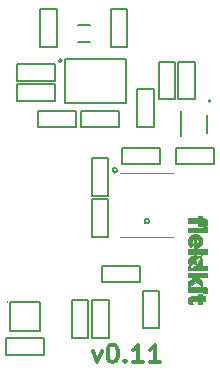
<source format=gbr>
G04 #@! TF.GenerationSoftware,KiCad,Pcbnew,5.0.1-33cea8e~67~ubuntu18.04.1*
G04 #@! TF.CreationDate,2019-01-15T14:32:31-08:00*
G04 #@! TF.ProjectId,fk-naturalist-sensors,666B2D6E61747572616C6973742D7365,rev?*
G04 #@! TF.SameCoordinates,Original*
G04 #@! TF.FileFunction,Legend,Top*
G04 #@! TF.FilePolarity,Positive*
%FSLAX46Y46*%
G04 Gerber Fmt 4.6, Leading zero omitted, Abs format (unit mm)*
G04 Created by KiCad (PCBNEW 5.0.1-33cea8e~67~ubuntu18.04.1) date Tue 15 Jan 2019 02:32:31 PM PST*
%MOMM*%
%LPD*%
G01*
G04 APERTURE LIST*
%ADD10C,0.300000*%
%ADD11C,0.150000*%
%ADD12C,0.120000*%
%ADD13C,0.010000*%
G04 APERTURE END LIST*
D10*
X228943257Y-130107571D02*
X229300400Y-131107571D01*
X229657542Y-130107571D01*
X230514685Y-129607571D02*
X230657542Y-129607571D01*
X230800400Y-129679000D01*
X230871828Y-129750428D01*
X230943257Y-129893285D01*
X231014685Y-130179000D01*
X231014685Y-130536142D01*
X230943257Y-130821857D01*
X230871828Y-130964714D01*
X230800400Y-131036142D01*
X230657542Y-131107571D01*
X230514685Y-131107571D01*
X230371828Y-131036142D01*
X230300400Y-130964714D01*
X230228971Y-130821857D01*
X230157542Y-130536142D01*
X230157542Y-130179000D01*
X230228971Y-129893285D01*
X230300400Y-129750428D01*
X230371828Y-129679000D01*
X230514685Y-129607571D01*
X231657542Y-130964714D02*
X231728971Y-131036142D01*
X231657542Y-131107571D01*
X231586114Y-131036142D01*
X231657542Y-130964714D01*
X231657542Y-131107571D01*
X233157542Y-131107571D02*
X232300400Y-131107571D01*
X232728971Y-131107571D02*
X232728971Y-129607571D01*
X232586114Y-129821857D01*
X232443257Y-129964714D01*
X232300400Y-130036142D01*
X234586114Y-131107571D02*
X233728971Y-131107571D01*
X234157542Y-131107571D02*
X234157542Y-129607571D01*
X234014685Y-129821857D01*
X233871828Y-129964714D01*
X233728971Y-130036142D01*
D11*
G04 #@! TO.C,U5*
X226300221Y-105589600D02*
G75*
G03X226300221Y-105589600I-141421J0D01*
G01*
X231758800Y-105389600D02*
X226558800Y-105389600D01*
X231758800Y-109189600D02*
X231758800Y-105389600D01*
X226558800Y-109189600D02*
X231758800Y-109189600D01*
X226558800Y-105389600D02*
X226558800Y-109189600D01*
G04 #@! TO.C,U4*
X238589403Y-110203453D02*
X238589403Y-111653453D01*
X236389403Y-109811253D02*
X236389403Y-111986253D01*
X238889403Y-109003453D02*
G75*
G03X238889403Y-109003453I-100000J0D01*
G01*
G04 #@! TO.C,U2*
X221708155Y-126016400D02*
G75*
G03X221708155Y-126016400I-35355J0D01*
G01*
X221922800Y-125966400D02*
X224422800Y-125966400D01*
X224422800Y-125966400D02*
X224422800Y-128466400D01*
X224422800Y-128466400D02*
X221922800Y-128466400D01*
X221922800Y-128466400D02*
X221922800Y-125966400D01*
D12*
G04 #@! TO.C,U1*
X231241900Y-115057000D02*
X235686900Y-115057000D01*
X231241900Y-120518000D02*
X235686900Y-120518000D01*
D11*
X230981900Y-114851000D02*
G75*
G03X230981900Y-114851000I-200000J0D01*
G01*
X233681900Y-119151000D02*
G75*
G03X233681900Y-119151000I-200000J0D01*
G01*
D13*
G04 #@! TO.C,G\002A\002A\002A*
G36*
X238172111Y-120885092D02*
X238168114Y-120939525D01*
X238161339Y-120987046D01*
X238155406Y-121012446D01*
X238124002Y-121096754D01*
X238081146Y-121172514D01*
X238027455Y-121239050D01*
X237963549Y-121295690D01*
X237890047Y-121341756D01*
X237827708Y-121369447D01*
X237768087Y-121389330D01*
X237708476Y-121403758D01*
X237644339Y-121413592D01*
X237571142Y-121419692D01*
X237559531Y-121420316D01*
X237464600Y-121425121D01*
X237464600Y-120652055D01*
X237444643Y-120656967D01*
X237403037Y-120673682D01*
X237362872Y-120701433D01*
X237327975Y-120736942D01*
X237302173Y-120776926D01*
X237300449Y-120780584D01*
X237282117Y-120837752D01*
X237276892Y-120898410D01*
X237284424Y-120960610D01*
X237304364Y-121022401D01*
X237336364Y-121081834D01*
X237360245Y-121114374D01*
X237392732Y-121154256D01*
X237301362Y-121263171D01*
X237272988Y-121296685D01*
X237247656Y-121326019D01*
X237226872Y-121349479D01*
X237212141Y-121365369D01*
X237204968Y-121371993D01*
X237204672Y-121372085D01*
X237196536Y-121366955D01*
X237181309Y-121353192D01*
X237161285Y-121333237D01*
X237138754Y-121309530D01*
X237116009Y-121284512D01*
X237095343Y-121260623D01*
X237079048Y-121240305D01*
X237073042Y-121231931D01*
X237037605Y-121169279D01*
X237008127Y-121096887D01*
X236992559Y-121044844D01*
X236984062Y-121001392D01*
X236977878Y-120948650D01*
X236974252Y-120891676D01*
X236973430Y-120835529D01*
X236975657Y-120785268D01*
X236978699Y-120759139D01*
X236999965Y-120666075D01*
X237033189Y-120579528D01*
X237077698Y-120500590D01*
X237132817Y-120430350D01*
X237197872Y-120369898D01*
X237236988Y-120341647D01*
X237311982Y-120300564D01*
X237392424Y-120271452D01*
X237476585Y-120254029D01*
X237562734Y-120248017D01*
X237649141Y-120253137D01*
X237667800Y-120256645D01*
X237667800Y-120644557D01*
X237667800Y-121038257D01*
X237685670Y-121038257D01*
X237711717Y-121034020D01*
X237743775Y-121022816D01*
X237776651Y-121006900D01*
X237805152Y-120988532D01*
X237811066Y-120983751D01*
X237842431Y-120949957D01*
X237861761Y-120911431D01*
X237870227Y-120865462D01*
X237870840Y-120845466D01*
X237866263Y-120796417D01*
X237852089Y-120756185D01*
X237827141Y-120721763D01*
X237819272Y-120713893D01*
X237793594Y-120694436D01*
X237759673Y-120675157D01*
X237723501Y-120659075D01*
X237691069Y-120649211D01*
X237690931Y-120649183D01*
X237667800Y-120644557D01*
X237667800Y-120256645D01*
X237734076Y-120269107D01*
X237815807Y-120295649D01*
X237892606Y-120332483D01*
X237962740Y-120379329D01*
X238024482Y-120435907D01*
X238056557Y-120474118D01*
X238088466Y-120522200D01*
X238118564Y-120578236D01*
X238143780Y-120635997D01*
X238159318Y-120682657D01*
X238166934Y-120722527D01*
X238171571Y-120772371D01*
X238173280Y-120827967D01*
X238172111Y-120885092D01*
X238172111Y-120885092D01*
G37*
X238172111Y-120885092D02*
X238168114Y-120939525D01*
X238161339Y-120987046D01*
X238155406Y-121012446D01*
X238124002Y-121096754D01*
X238081146Y-121172514D01*
X238027455Y-121239050D01*
X237963549Y-121295690D01*
X237890047Y-121341756D01*
X237827708Y-121369447D01*
X237768087Y-121389330D01*
X237708476Y-121403758D01*
X237644339Y-121413592D01*
X237571142Y-121419692D01*
X237559531Y-121420316D01*
X237464600Y-121425121D01*
X237464600Y-120652055D01*
X237444643Y-120656967D01*
X237403037Y-120673682D01*
X237362872Y-120701433D01*
X237327975Y-120736942D01*
X237302173Y-120776926D01*
X237300449Y-120780584D01*
X237282117Y-120837752D01*
X237276892Y-120898410D01*
X237284424Y-120960610D01*
X237304364Y-121022401D01*
X237336364Y-121081834D01*
X237360245Y-121114374D01*
X237392732Y-121154256D01*
X237301362Y-121263171D01*
X237272988Y-121296685D01*
X237247656Y-121326019D01*
X237226872Y-121349479D01*
X237212141Y-121365369D01*
X237204968Y-121371993D01*
X237204672Y-121372085D01*
X237196536Y-121366955D01*
X237181309Y-121353192D01*
X237161285Y-121333237D01*
X237138754Y-121309530D01*
X237116009Y-121284512D01*
X237095343Y-121260623D01*
X237079048Y-121240305D01*
X237073042Y-121231931D01*
X237037605Y-121169279D01*
X237008127Y-121096887D01*
X236992559Y-121044844D01*
X236984062Y-121001392D01*
X236977878Y-120948650D01*
X236974252Y-120891676D01*
X236973430Y-120835529D01*
X236975657Y-120785268D01*
X236978699Y-120759139D01*
X236999965Y-120666075D01*
X237033189Y-120579528D01*
X237077698Y-120500590D01*
X237132817Y-120430350D01*
X237197872Y-120369898D01*
X237236988Y-120341647D01*
X237311982Y-120300564D01*
X237392424Y-120271452D01*
X237476585Y-120254029D01*
X237562734Y-120248017D01*
X237649141Y-120253137D01*
X237667800Y-120256645D01*
X237667800Y-120644557D01*
X237667800Y-121038257D01*
X237685670Y-121038257D01*
X237711717Y-121034020D01*
X237743775Y-121022816D01*
X237776651Y-121006900D01*
X237805152Y-120988532D01*
X237811066Y-120983751D01*
X237842431Y-120949957D01*
X237861761Y-120911431D01*
X237870227Y-120865462D01*
X237870840Y-120845466D01*
X237866263Y-120796417D01*
X237852089Y-120756185D01*
X237827141Y-120721763D01*
X237819272Y-120713893D01*
X237793594Y-120694436D01*
X237759673Y-120675157D01*
X237723501Y-120659075D01*
X237691069Y-120649211D01*
X237690931Y-120649183D01*
X237667800Y-120644557D01*
X237667800Y-120256645D01*
X237734076Y-120269107D01*
X237815807Y-120295649D01*
X237892606Y-120332483D01*
X237962740Y-120379329D01*
X238024482Y-120435907D01*
X238056557Y-120474118D01*
X238088466Y-120522200D01*
X238118564Y-120578236D01*
X238143780Y-120635997D01*
X238159318Y-120682657D01*
X238166934Y-120722527D01*
X238171571Y-120772371D01*
X238173280Y-120827967D01*
X238172111Y-120885092D01*
G36*
X237776657Y-123322480D02*
X237003771Y-123324331D01*
X237005803Y-123117465D01*
X237007835Y-122910600D01*
X237147044Y-122910600D01*
X237099168Y-122859849D01*
X237074861Y-122832438D01*
X237051721Y-122803528D01*
X237033658Y-122778090D01*
X237029271Y-122770949D01*
X236999852Y-122706435D01*
X236981313Y-122635515D01*
X236974289Y-122562067D01*
X236979415Y-122489967D01*
X236981408Y-122478800D01*
X237004470Y-122396129D01*
X237039761Y-122320871D01*
X237086742Y-122253539D01*
X237144873Y-122194643D01*
X237213616Y-122144694D01*
X237292431Y-122104204D01*
X237380780Y-122073683D01*
X237418391Y-122064442D01*
X237476387Y-122055531D01*
X237542674Y-122051586D01*
X237611979Y-122052503D01*
X237679032Y-122058178D01*
X237738560Y-122068506D01*
X237748491Y-122070962D01*
X237781086Y-122080495D01*
X237815943Y-122092349D01*
X237850340Y-122105389D01*
X237881559Y-122118479D01*
X237906879Y-122130483D01*
X237923580Y-122140267D01*
X237928994Y-122146313D01*
X237923276Y-122151425D01*
X237907133Y-122163785D01*
X237882045Y-122182341D01*
X237849495Y-122206040D01*
X237810962Y-122233830D01*
X237767928Y-122264658D01*
X237721874Y-122297471D01*
X237674279Y-122331215D01*
X237626626Y-122364839D01*
X237580396Y-122397290D01*
X237537068Y-122427514D01*
X237498123Y-122454460D01*
X237465044Y-122477073D01*
X237441903Y-122492593D01*
X237401063Y-122519589D01*
X237210849Y-122907979D01*
X237176691Y-122977852D01*
X237144583Y-123043772D01*
X237115073Y-123104602D01*
X237088707Y-123159202D01*
X237066032Y-123206433D01*
X237047595Y-123245157D01*
X237033943Y-123274236D01*
X237025622Y-123292530D01*
X237023159Y-123298892D01*
X237029452Y-123295398D01*
X237046683Y-123284445D01*
X237073790Y-123266743D01*
X237109712Y-123242996D01*
X237153386Y-123213913D01*
X237203750Y-123180201D01*
X237259742Y-123142565D01*
X237320300Y-123101714D01*
X237375620Y-123064279D01*
X237725558Y-122827143D01*
X237878107Y-122532181D01*
X237909327Y-122471709D01*
X237938398Y-122415193D01*
X237964657Y-122363936D01*
X237987442Y-122319242D01*
X238006089Y-122282414D01*
X238019936Y-122254755D01*
X238028321Y-122237570D01*
X238030657Y-122232173D01*
X238024586Y-122222962D01*
X238007020Y-122207157D01*
X237978929Y-122185597D01*
X237967008Y-122177003D01*
X237950341Y-122163558D01*
X237940844Y-122152724D01*
X237939967Y-122148559D01*
X237947053Y-122142290D01*
X237963824Y-122129427D01*
X237988031Y-122111640D01*
X238017427Y-122090600D01*
X238029017Y-122082431D01*
X238061982Y-122059203D01*
X238092806Y-122037327D01*
X238118486Y-122018942D01*
X238136021Y-122006191D01*
X238138783Y-122004132D01*
X238147062Y-121998215D01*
X238152023Y-121996121D01*
X238153147Y-121999287D01*
X238149917Y-122009153D01*
X238141815Y-122027156D01*
X238128324Y-122054734D01*
X238108925Y-122093325D01*
X238101094Y-122108812D01*
X238038735Y-122232057D01*
X238059335Y-122253828D01*
X238088294Y-122290164D01*
X238116691Y-122336187D01*
X238141786Y-122387234D01*
X238150989Y-122409857D01*
X238159355Y-122432951D01*
X238165109Y-122452883D01*
X238168739Y-122473308D01*
X238170730Y-122497884D01*
X238171570Y-122530266D01*
X238171740Y-122565885D01*
X238171460Y-122609104D01*
X238170271Y-122641398D01*
X238167775Y-122666348D01*
X238163571Y-122687534D01*
X238157260Y-122708538D01*
X238155137Y-122714657D01*
X238132123Y-122766755D01*
X238101178Y-122818410D01*
X238066015Y-122863717D01*
X238052367Y-122877996D01*
X238022687Y-122906971D01*
X238286115Y-122910600D01*
X238549543Y-122914228D01*
X238549543Y-123320628D01*
X237776657Y-123322480D01*
X237776657Y-123322480D01*
G37*
X237776657Y-123322480D02*
X237003771Y-123324331D01*
X237005803Y-123117465D01*
X237007835Y-122910600D01*
X237147044Y-122910600D01*
X237099168Y-122859849D01*
X237074861Y-122832438D01*
X237051721Y-122803528D01*
X237033658Y-122778090D01*
X237029271Y-122770949D01*
X236999852Y-122706435D01*
X236981313Y-122635515D01*
X236974289Y-122562067D01*
X236979415Y-122489967D01*
X236981408Y-122478800D01*
X237004470Y-122396129D01*
X237039761Y-122320871D01*
X237086742Y-122253539D01*
X237144873Y-122194643D01*
X237213616Y-122144694D01*
X237292431Y-122104204D01*
X237380780Y-122073683D01*
X237418391Y-122064442D01*
X237476387Y-122055531D01*
X237542674Y-122051586D01*
X237611979Y-122052503D01*
X237679032Y-122058178D01*
X237738560Y-122068506D01*
X237748491Y-122070962D01*
X237781086Y-122080495D01*
X237815943Y-122092349D01*
X237850340Y-122105389D01*
X237881559Y-122118479D01*
X237906879Y-122130483D01*
X237923580Y-122140267D01*
X237928994Y-122146313D01*
X237923276Y-122151425D01*
X237907133Y-122163785D01*
X237882045Y-122182341D01*
X237849495Y-122206040D01*
X237810962Y-122233830D01*
X237767928Y-122264658D01*
X237721874Y-122297471D01*
X237674279Y-122331215D01*
X237626626Y-122364839D01*
X237580396Y-122397290D01*
X237537068Y-122427514D01*
X237498123Y-122454460D01*
X237465044Y-122477073D01*
X237441903Y-122492593D01*
X237401063Y-122519589D01*
X237210849Y-122907979D01*
X237176691Y-122977852D01*
X237144583Y-123043772D01*
X237115073Y-123104602D01*
X237088707Y-123159202D01*
X237066032Y-123206433D01*
X237047595Y-123245157D01*
X237033943Y-123274236D01*
X237025622Y-123292530D01*
X237023159Y-123298892D01*
X237029452Y-123295398D01*
X237046683Y-123284445D01*
X237073790Y-123266743D01*
X237109712Y-123242996D01*
X237153386Y-123213913D01*
X237203750Y-123180201D01*
X237259742Y-123142565D01*
X237320300Y-123101714D01*
X237375620Y-123064279D01*
X237725558Y-122827143D01*
X237878107Y-122532181D01*
X237909327Y-122471709D01*
X237938398Y-122415193D01*
X237964657Y-122363936D01*
X237987442Y-122319242D01*
X238006089Y-122282414D01*
X238019936Y-122254755D01*
X238028321Y-122237570D01*
X238030657Y-122232173D01*
X238024586Y-122222962D01*
X238007020Y-122207157D01*
X237978929Y-122185597D01*
X237967008Y-122177003D01*
X237950341Y-122163558D01*
X237940844Y-122152724D01*
X237939967Y-122148559D01*
X237947053Y-122142290D01*
X237963824Y-122129427D01*
X237988031Y-122111640D01*
X238017427Y-122090600D01*
X238029017Y-122082431D01*
X238061982Y-122059203D01*
X238092806Y-122037327D01*
X238118486Y-122018942D01*
X238136021Y-122006191D01*
X238138783Y-122004132D01*
X238147062Y-121998215D01*
X238152023Y-121996121D01*
X238153147Y-121999287D01*
X238149917Y-122009153D01*
X238141815Y-122027156D01*
X238128324Y-122054734D01*
X238108925Y-122093325D01*
X238101094Y-122108812D01*
X238038735Y-122232057D01*
X238059335Y-122253828D01*
X238088294Y-122290164D01*
X238116691Y-122336187D01*
X238141786Y-122387234D01*
X238150989Y-122409857D01*
X238159355Y-122432951D01*
X238165109Y-122452883D01*
X238168739Y-122473308D01*
X238170730Y-122497884D01*
X238171570Y-122530266D01*
X238171740Y-122565885D01*
X238171460Y-122609104D01*
X238170271Y-122641398D01*
X238167775Y-122666348D01*
X238163571Y-122687534D01*
X238157260Y-122708538D01*
X238155137Y-122714657D01*
X238132123Y-122766755D01*
X238101178Y-122818410D01*
X238066015Y-122863717D01*
X238052367Y-122877996D01*
X238022687Y-122906971D01*
X238286115Y-122910600D01*
X238549543Y-122914228D01*
X238549543Y-123320628D01*
X237776657Y-123322480D01*
G36*
X238293728Y-125898878D02*
X238146771Y-125900843D01*
X238146771Y-126176586D01*
X237981671Y-126174636D01*
X237816571Y-126172685D01*
X237814597Y-126036614D01*
X237812622Y-125900543D01*
X237601965Y-125900543D01*
X237536162Y-125900648D01*
X237483282Y-125901136D01*
X237441733Y-125902270D01*
X237409924Y-125904309D01*
X237386264Y-125907514D01*
X237369162Y-125912147D01*
X237357027Y-125918467D01*
X237348266Y-125926735D01*
X237341290Y-125937213D01*
X237337723Y-125943848D01*
X237330559Y-125967710D01*
X237327294Y-126000984D01*
X237327914Y-126039109D01*
X237332400Y-126077520D01*
X237338285Y-126103743D01*
X237345351Y-126128960D01*
X237351210Y-126150704D01*
X237353560Y-126159985D01*
X237357435Y-126176314D01*
X237042887Y-126176314D01*
X237025564Y-126137144D01*
X237009635Y-126098024D01*
X236998049Y-126061054D01*
X236990077Y-126022398D01*
X236984996Y-125978221D01*
X236982078Y-125924688D01*
X236981462Y-125904171D01*
X236980826Y-125846225D01*
X236982300Y-125800678D01*
X236985977Y-125765558D01*
X236988769Y-125750861D01*
X237010424Y-125682726D01*
X237042235Y-125624912D01*
X237084460Y-125577145D01*
X237137360Y-125539153D01*
X237201191Y-125510664D01*
X237223178Y-125503736D01*
X237236532Y-125500492D01*
X237253011Y-125497796D01*
X237274140Y-125495578D01*
X237301445Y-125493764D01*
X237336449Y-125492281D01*
X237380680Y-125491057D01*
X237435661Y-125490019D01*
X237502919Y-125489093D01*
X237538985Y-125488679D01*
X237812943Y-125485679D01*
X237812943Y-125363514D01*
X238146771Y-125363514D01*
X238146771Y-125486585D01*
X238293728Y-125488549D01*
X238440685Y-125490514D01*
X238440685Y-125896914D01*
X238293728Y-125898878D01*
X238293728Y-125898878D01*
G37*
X238293728Y-125898878D02*
X238146771Y-125900843D01*
X238146771Y-126176586D01*
X237981671Y-126174636D01*
X237816571Y-126172685D01*
X237814597Y-126036614D01*
X237812622Y-125900543D01*
X237601965Y-125900543D01*
X237536162Y-125900648D01*
X237483282Y-125901136D01*
X237441733Y-125902270D01*
X237409924Y-125904309D01*
X237386264Y-125907514D01*
X237369162Y-125912147D01*
X237357027Y-125918467D01*
X237348266Y-125926735D01*
X237341290Y-125937213D01*
X237337723Y-125943848D01*
X237330559Y-125967710D01*
X237327294Y-126000984D01*
X237327914Y-126039109D01*
X237332400Y-126077520D01*
X237338285Y-126103743D01*
X237345351Y-126128960D01*
X237351210Y-126150704D01*
X237353560Y-126159985D01*
X237357435Y-126176314D01*
X237042887Y-126176314D01*
X237025564Y-126137144D01*
X237009635Y-126098024D01*
X236998049Y-126061054D01*
X236990077Y-126022398D01*
X236984996Y-125978221D01*
X236982078Y-125924688D01*
X236981462Y-125904171D01*
X236980826Y-125846225D01*
X236982300Y-125800678D01*
X236985977Y-125765558D01*
X236988769Y-125750861D01*
X237010424Y-125682726D01*
X237042235Y-125624912D01*
X237084460Y-125577145D01*
X237137360Y-125539153D01*
X237201191Y-125510664D01*
X237223178Y-125503736D01*
X237236532Y-125500492D01*
X237253011Y-125497796D01*
X237274140Y-125495578D01*
X237301445Y-125493764D01*
X237336449Y-125492281D01*
X237380680Y-125491057D01*
X237435661Y-125490019D01*
X237502919Y-125489093D01*
X237538985Y-125488679D01*
X237812943Y-125485679D01*
X237812943Y-125363514D01*
X238146771Y-125363514D01*
X238146771Y-125486585D01*
X238293728Y-125488549D01*
X238440685Y-125490514D01*
X238440685Y-125896914D01*
X238293728Y-125898878D01*
G36*
X238565574Y-119335987D02*
X238562386Y-119387782D01*
X238557470Y-119435969D01*
X238550988Y-119477553D01*
X238543105Y-119509536D01*
X238537534Y-119523328D01*
X238533945Y-119527800D01*
X238527205Y-119531090D01*
X238515314Y-119533375D01*
X238496272Y-119534833D01*
X238468081Y-119535642D01*
X238428741Y-119535978D01*
X238394468Y-119536028D01*
X238351458Y-119535838D01*
X238313616Y-119535309D01*
X238283266Y-119534504D01*
X238262730Y-119533483D01*
X238254334Y-119532311D01*
X238254303Y-119532283D01*
X238253887Y-119523758D01*
X238256822Y-119505846D01*
X238260350Y-119490788D01*
X238266820Y-119455429D01*
X238269763Y-119416043D01*
X238269224Y-119377275D01*
X238265249Y-119343767D01*
X238258698Y-119321789D01*
X238240590Y-119299568D01*
X238211996Y-119283609D01*
X238176165Y-119275480D01*
X238161306Y-119274771D01*
X238132592Y-119274771D01*
X238130610Y-119403585D01*
X238128628Y-119532400D01*
X237981671Y-119534364D01*
X237834714Y-119536329D01*
X237834714Y-119274771D01*
X237007400Y-119274771D01*
X237007400Y-118868371D01*
X237834714Y-118868371D01*
X237834714Y-118737743D01*
X238146771Y-118737743D01*
X238146771Y-118866239D01*
X238213900Y-118870475D01*
X238292490Y-118881296D01*
X238361867Y-118903121D01*
X238421759Y-118935725D01*
X238471894Y-118978887D01*
X238512000Y-119032383D01*
X238541807Y-119095991D01*
X238557766Y-119152646D01*
X238563129Y-119188913D01*
X238566109Y-119233557D01*
X238566869Y-119283580D01*
X238565574Y-119335987D01*
X238565574Y-119335987D01*
G37*
X238565574Y-119335987D02*
X238562386Y-119387782D01*
X238557470Y-119435969D01*
X238550988Y-119477553D01*
X238543105Y-119509536D01*
X238537534Y-119523328D01*
X238533945Y-119527800D01*
X238527205Y-119531090D01*
X238515314Y-119533375D01*
X238496272Y-119534833D01*
X238468081Y-119535642D01*
X238428741Y-119535978D01*
X238394468Y-119536028D01*
X238351458Y-119535838D01*
X238313616Y-119535309D01*
X238283266Y-119534504D01*
X238262730Y-119533483D01*
X238254334Y-119532311D01*
X238254303Y-119532283D01*
X238253887Y-119523758D01*
X238256822Y-119505846D01*
X238260350Y-119490788D01*
X238266820Y-119455429D01*
X238269763Y-119416043D01*
X238269224Y-119377275D01*
X238265249Y-119343767D01*
X238258698Y-119321789D01*
X238240590Y-119299568D01*
X238211996Y-119283609D01*
X238176165Y-119275480D01*
X238161306Y-119274771D01*
X238132592Y-119274771D01*
X238130610Y-119403585D01*
X238128628Y-119532400D01*
X237981671Y-119534364D01*
X237834714Y-119536329D01*
X237834714Y-119274771D01*
X237007400Y-119274771D01*
X237007400Y-118868371D01*
X237834714Y-118868371D01*
X237834714Y-118737743D01*
X238146771Y-118737743D01*
X238146771Y-118866239D01*
X238213900Y-118870475D01*
X238292490Y-118881296D01*
X238361867Y-118903121D01*
X238421759Y-118935725D01*
X238471894Y-118978887D01*
X238512000Y-119032383D01*
X238541807Y-119095991D01*
X238557766Y-119152646D01*
X238563129Y-119188913D01*
X238566109Y-119233557D01*
X238566869Y-119283580D01*
X238565574Y-119335987D01*
G36*
X237007400Y-120102085D02*
X237007400Y-119695685D01*
X238146771Y-119695685D01*
X238146771Y-120102085D01*
X237007400Y-120102085D01*
X237007400Y-120102085D01*
G37*
X237007400Y-120102085D02*
X237007400Y-119695685D01*
X238146771Y-119695685D01*
X238146771Y-120102085D01*
X237007400Y-120102085D01*
G36*
X237778471Y-121943618D02*
X237007400Y-121945466D01*
X237007400Y-121531677D01*
X237778471Y-121533524D01*
X238549543Y-121535371D01*
X238549543Y-121941771D01*
X237778471Y-121943618D01*
X237778471Y-121943618D01*
G37*
X237778471Y-121943618D02*
X237007400Y-121945466D01*
X237007400Y-121531677D01*
X237778471Y-121533524D01*
X238549543Y-121535371D01*
X238549543Y-121941771D01*
X237778471Y-121943618D01*
G36*
X238164520Y-123913837D02*
X237775869Y-123915714D01*
X238146771Y-124234496D01*
X238146771Y-124461548D01*
X238146652Y-124517291D01*
X238146313Y-124568071D01*
X238145786Y-124612152D01*
X238145098Y-124647796D01*
X238144281Y-124673268D01*
X238143365Y-124686828D01*
X238142879Y-124688600D01*
X238136954Y-124684023D01*
X238121533Y-124671118D01*
X238098038Y-124651116D01*
X238067890Y-124625254D01*
X238032510Y-124594764D01*
X237993320Y-124560882D01*
X237951743Y-124524841D01*
X237909199Y-124487875D01*
X237867110Y-124451219D01*
X237826898Y-124416107D01*
X237789985Y-124383773D01*
X237757791Y-124355451D01*
X237731739Y-124332375D01*
X237713250Y-124315780D01*
X237709728Y-124312560D01*
X237689971Y-124294382D01*
X237365014Y-124489100D01*
X237302065Y-124526833D01*
X237242514Y-124562555D01*
X237187594Y-124595523D01*
X237138537Y-124624998D01*
X237096575Y-124650238D01*
X237062941Y-124670502D01*
X237038868Y-124685050D01*
X237025588Y-124693139D01*
X237023728Y-124694301D01*
X237007400Y-124704783D01*
X237007400Y-124255562D01*
X237199510Y-124137862D01*
X237391621Y-124020162D01*
X237331953Y-123966229D01*
X237272285Y-123912297D01*
X237139843Y-123912191D01*
X237007400Y-123912085D01*
X237007400Y-123505685D01*
X238553171Y-123505685D01*
X238553171Y-123911959D01*
X238164520Y-123913837D01*
X238164520Y-123913837D01*
G37*
X238164520Y-123913837D02*
X237775869Y-123915714D01*
X238146771Y-124234496D01*
X238146771Y-124461548D01*
X238146652Y-124517291D01*
X238146313Y-124568071D01*
X238145786Y-124612152D01*
X238145098Y-124647796D01*
X238144281Y-124673268D01*
X238143365Y-124686828D01*
X238142879Y-124688600D01*
X238136954Y-124684023D01*
X238121533Y-124671118D01*
X238098038Y-124651116D01*
X238067890Y-124625254D01*
X238032510Y-124594764D01*
X237993320Y-124560882D01*
X237951743Y-124524841D01*
X237909199Y-124487875D01*
X237867110Y-124451219D01*
X237826898Y-124416107D01*
X237789985Y-124383773D01*
X237757791Y-124355451D01*
X237731739Y-124332375D01*
X237713250Y-124315780D01*
X237709728Y-124312560D01*
X237689971Y-124294382D01*
X237365014Y-124489100D01*
X237302065Y-124526833D01*
X237242514Y-124562555D01*
X237187594Y-124595523D01*
X237138537Y-124624998D01*
X237096575Y-124650238D01*
X237062941Y-124670502D01*
X237038868Y-124685050D01*
X237025588Y-124693139D01*
X237023728Y-124694301D01*
X237007400Y-124704783D01*
X237007400Y-124255562D01*
X237199510Y-124137862D01*
X237391621Y-124020162D01*
X237331953Y-123966229D01*
X237272285Y-123912297D01*
X237139843Y-123912191D01*
X237007400Y-123912085D01*
X237007400Y-123505685D01*
X238553171Y-123505685D01*
X238553171Y-123911959D01*
X238164520Y-123913837D01*
G36*
X237007400Y-125182085D02*
X237007400Y-124768428D01*
X238146771Y-124768428D01*
X238146771Y-125182085D01*
X237007400Y-125182085D01*
X237007400Y-125182085D01*
G37*
X237007400Y-125182085D02*
X237007400Y-124768428D01*
X238146771Y-124768428D01*
X238146771Y-125182085D01*
X237007400Y-125182085D01*
G36*
X237683655Y-122718593D02*
X237665763Y-122754566D01*
X237646688Y-122774674D01*
X237610427Y-122796769D01*
X237571327Y-122806330D01*
X237532146Y-122803909D01*
X237495639Y-122790056D01*
X237464561Y-122765320D01*
X237443451Y-122734086D01*
X237430455Y-122694925D01*
X237431181Y-122657324D01*
X237443886Y-122621535D01*
X237468051Y-122587517D01*
X237500014Y-122564016D01*
X237537036Y-122551569D01*
X237576377Y-122550712D01*
X237615298Y-122561981D01*
X237646473Y-122581888D01*
X237673306Y-122611980D01*
X237687066Y-122647152D01*
X237689571Y-122674615D01*
X237683655Y-122718593D01*
X237683655Y-122718593D01*
G37*
X237683655Y-122718593D02*
X237665763Y-122754566D01*
X237646688Y-122774674D01*
X237610427Y-122796769D01*
X237571327Y-122806330D01*
X237532146Y-122803909D01*
X237495639Y-122790056D01*
X237464561Y-122765320D01*
X237443451Y-122734086D01*
X237430455Y-122694925D01*
X237431181Y-122657324D01*
X237443886Y-122621535D01*
X237468051Y-122587517D01*
X237500014Y-122564016D01*
X237537036Y-122551569D01*
X237576377Y-122550712D01*
X237615298Y-122561981D01*
X237646473Y-122581888D01*
X237673306Y-122611980D01*
X237687066Y-122647152D01*
X237689571Y-122674615D01*
X237683655Y-122718593D01*
G36*
X238255628Y-120102085D02*
X238255628Y-119673613D01*
X238402585Y-119675578D01*
X238549543Y-119677543D01*
X238551467Y-119889814D01*
X238553390Y-120102085D01*
X238255628Y-120102085D01*
X238255628Y-120102085D01*
G37*
X238255628Y-120102085D02*
X238255628Y-119673613D01*
X238402585Y-119675578D01*
X238549543Y-119677543D01*
X238551467Y-119889814D01*
X238553390Y-120102085D01*
X238255628Y-120102085D01*
G36*
X238255628Y-125196600D02*
X238255628Y-124768128D01*
X238402585Y-124770092D01*
X238549543Y-124772057D01*
X238551467Y-124984328D01*
X238553390Y-125196600D01*
X238255628Y-125196600D01*
X238255628Y-125196600D01*
G37*
X238255628Y-125196600D02*
X238255628Y-124768128D01*
X238402585Y-124770092D01*
X238549543Y-124772057D01*
X238551467Y-124984328D01*
X238553390Y-125196600D01*
X238255628Y-125196600D01*
D11*
G04 #@! TO.C,C1*
X228813600Y-116988800D02*
X230213600Y-116988800D01*
X228813600Y-113788800D02*
X230213600Y-113788800D01*
X228813600Y-116988800D02*
X228813600Y-113788800D01*
X230213600Y-113788800D02*
X230213600Y-116988800D01*
G04 #@! TO.C,C2*
X224772800Y-130466400D02*
X224772800Y-129066400D01*
X221572800Y-130466400D02*
X221572800Y-129066400D01*
X224772800Y-130466400D02*
X221572800Y-130466400D01*
X221572800Y-129066400D02*
X224772800Y-129066400D01*
G04 #@! TO.C,C3*
X231406400Y-112936000D02*
X234606400Y-112936000D01*
X234606400Y-114336000D02*
X231406400Y-114336000D01*
X231406400Y-114336000D02*
X231406400Y-112936000D01*
X234606400Y-114336000D02*
X234606400Y-112936000D01*
G04 #@! TO.C,C4*
X239140800Y-114339600D02*
X235940800Y-114339600D01*
X235940800Y-112939600D02*
X239140800Y-112939600D01*
X239140800Y-112939600D02*
X239140800Y-114339600D01*
X235940800Y-112939600D02*
X235940800Y-114339600D01*
G04 #@! TO.C,C5*
X228813600Y-120494000D02*
X230213600Y-120494000D01*
X228813600Y-117294000D02*
X230213600Y-117294000D01*
X228813600Y-120494000D02*
X228813600Y-117294000D01*
X230213600Y-117294000D02*
X230213600Y-120494000D01*
G04 #@! TO.C,C6*
X230268857Y-125828554D02*
X228868857Y-125828554D01*
X230268857Y-129028554D02*
X228868857Y-129028554D01*
X230268857Y-125828554D02*
X230268857Y-129028554D01*
X228868857Y-129028554D02*
X228868857Y-125828554D01*
G04 #@! TO.C,C7*
X227141657Y-129028554D02*
X227141657Y-125828554D01*
X228541657Y-125828554D02*
X228541657Y-129028554D01*
X228541657Y-129028554D02*
X227141657Y-129028554D01*
X228541657Y-125828554D02*
X227141657Y-125828554D01*
G04 #@! TO.C,R1*
X234520234Y-125038113D02*
X234520234Y-128238113D01*
X233120234Y-128238113D02*
X233120234Y-125038113D01*
X233120234Y-125038113D02*
X234520234Y-125038113D01*
X233120234Y-128238113D02*
X234520234Y-128238113D01*
G04 #@! TO.C,R2*
X232892400Y-124347200D02*
X232892400Y-122947200D01*
X229692400Y-124347200D02*
X229692400Y-122947200D01*
X232892400Y-124347200D02*
X229692400Y-124347200D01*
X229692400Y-122947200D02*
X232892400Y-122947200D01*
G04 #@! TO.C,C8*
X225845600Y-101219200D02*
X224445600Y-101219200D01*
X225845600Y-104419200D02*
X224445600Y-104419200D01*
X225845600Y-101219200D02*
X225845600Y-104419200D01*
X224445600Y-104419200D02*
X224445600Y-101219200D01*
G04 #@! TO.C,C9*
X222478800Y-105878400D02*
X222478800Y-107278400D01*
X225678800Y-105878400D02*
X225678800Y-107278400D01*
X222478800Y-105878400D02*
X225678800Y-105878400D01*
X225678800Y-107278400D02*
X222478800Y-107278400D01*
G04 #@! TO.C,C10*
X227914400Y-109790000D02*
X231114400Y-109790000D01*
X231114400Y-111190000D02*
X227914400Y-111190000D01*
X227914400Y-111190000D02*
X227914400Y-109790000D01*
X231114400Y-111190000D02*
X231114400Y-109790000D01*
G04 #@! TO.C,C11*
X230440000Y-104419200D02*
X230440000Y-101219200D01*
X231840000Y-101219200D02*
X231840000Y-104419200D01*
X231840000Y-104419200D02*
X230440000Y-104419200D01*
X231840000Y-101219200D02*
X230440000Y-101219200D01*
G04 #@! TO.C,R3*
X234062500Y-108001000D02*
X232662500Y-108001000D01*
X234062500Y-111201000D02*
X232662500Y-111201000D01*
X234062500Y-108001000D02*
X234062500Y-111201000D01*
X232662500Y-111201000D02*
X232662500Y-108001000D01*
G04 #@! TO.C,R4*
X227507600Y-111190000D02*
X227507600Y-109790000D01*
X224307600Y-111190000D02*
X224307600Y-109790000D01*
X227507600Y-111190000D02*
X224307600Y-111190000D01*
X224307600Y-109790000D02*
X227507600Y-109790000D01*
G04 #@! TO.C,R5*
X222478800Y-107554800D02*
X225678800Y-107554800D01*
X225678800Y-108954800D02*
X222478800Y-108954800D01*
X222478800Y-108954800D02*
X222478800Y-107554800D01*
X225678800Y-108954800D02*
X225678800Y-107554800D01*
G04 #@! TO.C,Y1*
X227642800Y-104026400D02*
X228642800Y-104026400D01*
X227642800Y-102526400D02*
X228642800Y-102526400D01*
G04 #@! TO.C,R6*
X236155000Y-108851500D02*
X236155000Y-105651500D01*
X237555000Y-105651500D02*
X237555000Y-108851500D01*
X237555000Y-108851500D02*
X236155000Y-108851500D01*
X237555000Y-105651500D02*
X236155000Y-105651500D01*
G04 #@! TO.C,R7*
X235904000Y-105651500D02*
X234504000Y-105651500D01*
X235904000Y-108851500D02*
X234504000Y-108851500D01*
X235904000Y-105651500D02*
X235904000Y-108851500D01*
X234504000Y-108851500D02*
X234504000Y-105651500D01*
G04 #@! TD*
M02*

</source>
